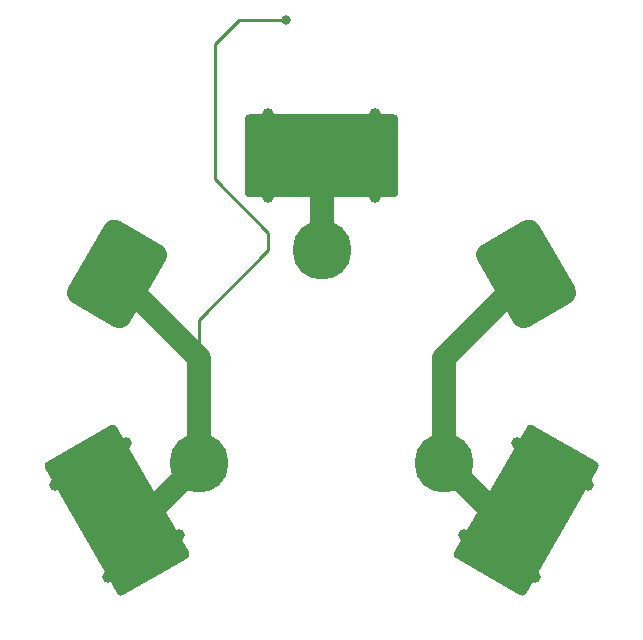
<source format=gbl>
G04 #@! TF.GenerationSoftware,KiCad,Pcbnew,5.1.9+dfsg1-1+deb11u1*
G04 #@! TF.CreationDate,2024-03-01T00:12:53+09:00*
G04 #@! TF.ProjectId,inner,696e6e65-722e-46b6-9963-61645f706362,rev?*
G04 #@! TF.SameCoordinates,Original*
G04 #@! TF.FileFunction,Copper,L2,Bot*
G04 #@! TF.FilePolarity,Positive*
%FSLAX46Y46*%
G04 Gerber Fmt 4.6, Leading zero omitted, Abs format (unit mm)*
G04 Created by KiCad (PCBNEW 5.1.9+dfsg1-1+deb11u1) date 2024-03-01 00:12:53*
%MOMM*%
%LPD*%
G01*
G04 APERTURE LIST*
G04 #@! TA.AperFunction,ComponentPad*
%ADD10C,1.000000*%
G04 #@! TD*
G04 #@! TA.AperFunction,ComponentPad*
%ADD11C,5.000000*%
G04 #@! TD*
G04 #@! TA.AperFunction,ViaPad*
%ADD12C,0.800000*%
G04 #@! TD*
G04 #@! TA.AperFunction,Conductor*
%ADD13C,2.000000*%
G04 #@! TD*
G04 #@! TA.AperFunction,Conductor*
%ADD14C,0.250000*%
G04 #@! TD*
G04 APERTURE END LIST*
D10*
X172088457Y-98598076D03*
X175552559Y-96598076D03*
X169088457Y-93401924D03*
X172552559Y-91401924D03*
G04 #@! TA.AperFunction,SMDPad,CuDef*
G36*
G01*
X168590189Y-92534899D02*
X172050827Y-90536899D01*
G75*
G02*
X173419584Y-90903656I501000J-867757D01*
G01*
X176417584Y-96096344D01*
G75*
G02*
X176050827Y-97465101I-867757J-501000D01*
G01*
X172590189Y-99463101D01*
G75*
G02*
X171221432Y-99096344I-501000J867757D01*
G01*
X168223432Y-93903656D01*
G75*
G02*
X168590189Y-92534899I867757J501000D01*
G01*
G37*
G04 #@! TD.AperFunction*
X140911543Y-93401924D03*
X137447441Y-91401924D03*
X137911543Y-98598076D03*
X134447441Y-96598076D03*
G04 #@! TA.AperFunction,SMDPad,CuDef*
G36*
G01*
X137409811Y-99463101D02*
X133949173Y-97465101D01*
G75*
G02*
X133582416Y-96096344I501000J867757D01*
G01*
X136580416Y-90903656D01*
G75*
G02*
X137949173Y-90536899I867757J-501000D01*
G01*
X141409811Y-92534899D01*
G75*
G02*
X141776568Y-93903656I-501000J-867757D01*
G01*
X138778568Y-99096344D01*
G75*
G02*
X137409811Y-99463101I-867757J501000D01*
G01*
G37*
G04 #@! TD.AperFunction*
G04 #@! TA.AperFunction,SMDPad,CuDef*
G36*
G01*
X148500000Y-88150000D02*
X148500000Y-81850000D01*
G75*
G02*
X148850000Y-81500000I350000J0D01*
G01*
X161150000Y-81500000D01*
G75*
G02*
X161500000Y-81850000I0J-350000D01*
G01*
X161500000Y-88150000D01*
G75*
G02*
X161150000Y-88500000I-350000J0D01*
G01*
X148850000Y-88500000D01*
G75*
G02*
X148500000Y-88150000I0J350000D01*
G01*
G37*
G04 #@! TD.AperFunction*
X159500000Y-88500000D03*
X150500000Y-88500000D03*
X159500000Y-81500000D03*
X150500000Y-81500000D03*
D11*
X155000000Y-93000000D03*
G04 #@! TA.AperFunction,SMDPad,CuDef*
G36*
G01*
X172842528Y-107795835D02*
X178298488Y-110945835D01*
G75*
G02*
X178426597Y-111423944I-175000J-303109D01*
G01*
X172276597Y-122076056D01*
G75*
G02*
X171798488Y-122204165I-303109J175000D01*
G01*
X166342528Y-119054165D01*
G75*
G02*
X166214419Y-118576056I175000J303109D01*
G01*
X172364419Y-107923944D01*
G75*
G02*
X172842528Y-107795835I303109J-175000D01*
G01*
G37*
G04 #@! TD.AperFunction*
D10*
X167039419Y-117147114D03*
X171539419Y-109352886D03*
X173101597Y-120647114D03*
X177601597Y-112852886D03*
D11*
X165392305Y-111000000D03*
G04 #@! TA.AperFunction,SMDPad,CuDef*
G36*
G01*
X143657472Y-119054165D02*
X138201512Y-122204165D01*
G75*
G02*
X137723403Y-122076056I-175000J303109D01*
G01*
X131573403Y-111423944D01*
G75*
G02*
X131701512Y-110945835I303109J175000D01*
G01*
X137157472Y-107795835D01*
G75*
G02*
X137635581Y-107923944I175000J-303109D01*
G01*
X143785581Y-118576056D01*
G75*
G02*
X143657472Y-119054165I-303109J-175000D01*
G01*
G37*
G04 #@! TD.AperFunction*
D10*
X138460581Y-109352886D03*
X142960581Y-117147114D03*
X132398403Y-112852886D03*
X136898403Y-120647114D03*
D11*
X144607695Y-111000000D03*
D12*
X152000000Y-73500000D03*
D13*
X144607695Y-111000000D02*
X144607695Y-102107695D01*
X144607695Y-102107695D02*
X137500000Y-95000000D01*
D14*
X137679492Y-115000000D02*
X135000000Y-115000000D01*
X135000000Y-115000000D02*
X132500000Y-112500000D01*
X132500000Y-112500000D02*
X137000000Y-117000000D01*
X137000000Y-117000000D02*
X143000000Y-117000000D01*
D13*
X144607695Y-111000000D02*
X139000000Y-116607695D01*
D14*
X150500000Y-91500000D02*
X146000000Y-87000000D01*
X150500000Y-93000000D02*
X150500000Y-91500000D01*
X144607695Y-98892305D02*
X150500000Y-93000000D01*
X144607695Y-102107695D02*
X144607695Y-98892305D01*
X146000000Y-87000000D02*
X146000000Y-75500000D01*
X148000000Y-73500000D02*
X152000000Y-73500000D01*
X146000000Y-75500000D02*
X148000000Y-73500000D01*
D13*
X165392305Y-111000000D02*
X165392305Y-102107695D01*
X165392305Y-102107695D02*
X172500000Y-95000000D01*
D14*
X167039419Y-117147114D02*
X170352886Y-117147114D01*
X170352886Y-117147114D02*
X175000000Y-112500000D01*
X175000000Y-112500000D02*
X177500000Y-112500000D01*
D13*
X165392305Y-111000000D02*
X170000000Y-115607695D01*
X155000000Y-93000000D02*
X155000000Y-85000000D01*
D14*
X155000000Y-85000000D02*
X153500000Y-85000000D01*
X153500000Y-85000000D02*
X150500000Y-88000000D01*
X150500000Y-88000000D02*
X150500000Y-88500000D01*
X150500000Y-88500000D02*
X150500000Y-87000000D01*
X150500000Y-87000000D02*
X151000000Y-86500000D01*
X151000000Y-86500000D02*
X157500000Y-86500000D01*
X157500000Y-86500000D02*
X159500000Y-88500000D01*
M02*

</source>
